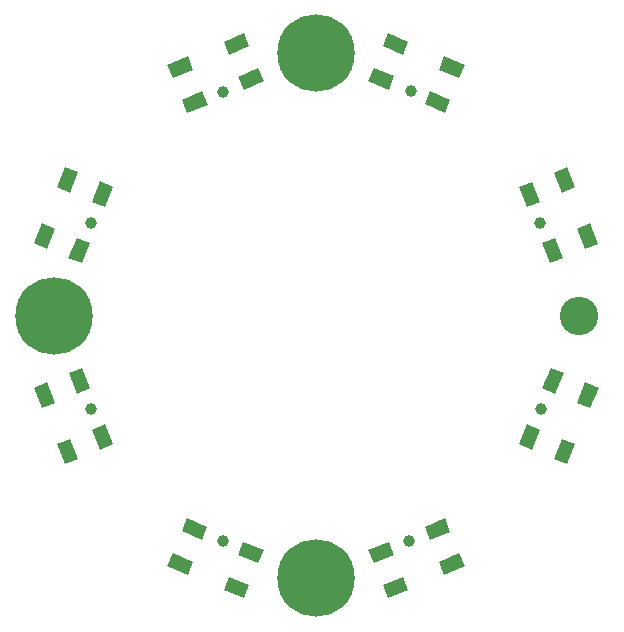
<source format=gts>
G75*
%MOIN*%
%OFA0B0*%
%FSLAX25Y25*%
%IPPOS*%
%LPD*%
%AMOC8*
5,1,8,0,0,1.08239X$1,22.5*
%
%ADD10C,0.12800*%
%ADD11R,0.07300X0.04737*%
%ADD12C,0.25800*%
%ADD13C,0.03900*%
D10*
X0098750Y0186250D03*
X0186250Y0098750D03*
X0273750Y0186250D03*
X0186250Y0273750D03*
D11*
G36*
X0102665Y0136696D02*
X0099871Y0143439D01*
X0104245Y0145252D01*
X0107039Y0138509D01*
X0102665Y0136696D01*
G37*
G36*
X0114305Y0141517D02*
X0111511Y0148260D01*
X0115885Y0150073D01*
X0118679Y0143330D01*
X0114305Y0141517D01*
G37*
G36*
X0094900Y0155442D02*
X0092106Y0162185D01*
X0096480Y0163998D01*
X0099274Y0157255D01*
X0094900Y0155442D01*
G37*
G36*
X0106540Y0160264D02*
X0103746Y0167007D01*
X0108120Y0168820D01*
X0110914Y0162077D01*
X0106540Y0160264D01*
G37*
G36*
X0103714Y0205552D02*
X0106508Y0212295D01*
X0110882Y0210482D01*
X0108088Y0203739D01*
X0103714Y0205552D01*
G37*
G36*
X0092074Y0210374D02*
X0094868Y0217117D01*
X0099242Y0215304D01*
X0096448Y0208561D01*
X0092074Y0210374D01*
G37*
G36*
X0099840Y0229120D02*
X0102634Y0235863D01*
X0107008Y0234050D01*
X0104214Y0227307D01*
X0099840Y0229120D01*
G37*
G36*
X0111479Y0224299D02*
X0114273Y0231042D01*
X0118647Y0229229D01*
X0115853Y0222486D01*
X0111479Y0224299D01*
G37*
G36*
X0141505Y0258229D02*
X0148248Y0261023D01*
X0150061Y0256649D01*
X0143318Y0253855D01*
X0141505Y0258229D01*
G37*
G36*
X0136683Y0269868D02*
X0143426Y0272662D01*
X0145239Y0268288D01*
X0138496Y0265494D01*
X0136683Y0269868D01*
G37*
G36*
X0155430Y0277633D02*
X0162173Y0280427D01*
X0163986Y0276053D01*
X0157243Y0273259D01*
X0155430Y0277633D01*
G37*
G36*
X0160251Y0265994D02*
X0166994Y0268788D01*
X0168807Y0264414D01*
X0162064Y0261620D01*
X0160251Y0265994D01*
G37*
G36*
X0205490Y0268802D02*
X0212233Y0266008D01*
X0210420Y0261634D01*
X0203677Y0264428D01*
X0205490Y0268802D01*
G37*
G36*
X0210311Y0280442D02*
X0217054Y0277648D01*
X0215241Y0273274D01*
X0208498Y0276068D01*
X0210311Y0280442D01*
G37*
G36*
X0229058Y0272677D02*
X0235801Y0269883D01*
X0233988Y0265509D01*
X0227245Y0268303D01*
X0229058Y0272677D01*
G37*
G36*
X0224237Y0261037D02*
X0230980Y0258243D01*
X0229167Y0253869D01*
X0222424Y0256663D01*
X0224237Y0261037D01*
G37*
G36*
X0258158Y0230979D02*
X0260952Y0224236D01*
X0256578Y0222423D01*
X0253784Y0229166D01*
X0258158Y0230979D01*
G37*
G36*
X0269797Y0235800D02*
X0272591Y0229057D01*
X0268217Y0227244D01*
X0265423Y0233987D01*
X0269797Y0235800D01*
G37*
G36*
X0277562Y0217054D02*
X0280356Y0210311D01*
X0275982Y0208498D01*
X0273188Y0215241D01*
X0277562Y0217054D01*
G37*
G36*
X0265923Y0212233D02*
X0268717Y0205490D01*
X0264343Y0203677D01*
X0261549Y0210420D01*
X0265923Y0212233D01*
G37*
G36*
X0268772Y0167063D02*
X0265978Y0160320D01*
X0261604Y0162133D01*
X0264398Y0168876D01*
X0268772Y0167063D01*
G37*
G36*
X0280411Y0162242D02*
X0277617Y0155499D01*
X0273243Y0157312D01*
X0276037Y0164055D01*
X0280411Y0162242D01*
G37*
G36*
X0272646Y0143495D02*
X0269852Y0136752D01*
X0265478Y0138565D01*
X0268272Y0145308D01*
X0272646Y0143495D01*
G37*
G36*
X0261007Y0148317D02*
X0258213Y0141574D01*
X0253839Y0143387D01*
X0256633Y0150130D01*
X0261007Y0148317D01*
G37*
G36*
X0230979Y0114308D02*
X0224236Y0111514D01*
X0222423Y0115888D01*
X0229166Y0118682D01*
X0230979Y0114308D01*
G37*
G36*
X0235800Y0102668D02*
X0229057Y0099874D01*
X0227244Y0104248D01*
X0233987Y0107042D01*
X0235800Y0102668D01*
G37*
G36*
X0217054Y0094903D02*
X0210311Y0092109D01*
X0208498Y0096483D01*
X0215241Y0099277D01*
X0217054Y0094903D01*
G37*
G36*
X0212232Y0106543D02*
X0205489Y0103749D01*
X0203676Y0108123D01*
X0210419Y0110917D01*
X0212232Y0106543D01*
G37*
G36*
X0166984Y0103785D02*
X0160241Y0106579D01*
X0162054Y0110953D01*
X0168797Y0108159D01*
X0166984Y0103785D01*
G37*
G36*
X0162163Y0092145D02*
X0155420Y0094939D01*
X0157233Y0099313D01*
X0163976Y0096519D01*
X0162163Y0092145D01*
G37*
G36*
X0143416Y0099911D02*
X0136673Y0102705D01*
X0138486Y0107079D01*
X0145229Y0104285D01*
X0143416Y0099911D01*
G37*
G36*
X0148238Y0111550D02*
X0141495Y0114344D01*
X0143308Y0118718D01*
X0150051Y0115924D01*
X0148238Y0111550D01*
G37*
D12*
X0186250Y0098750D03*
X0098750Y0186250D03*
X0186250Y0273750D03*
D13*
X0217750Y0261250D03*
X0260750Y0217250D03*
X0261250Y0155250D03*
X0217250Y0111250D03*
X0155250Y0111250D03*
X0111250Y0155250D03*
X0111250Y0217250D03*
X0155250Y0260750D03*
M02*

</source>
